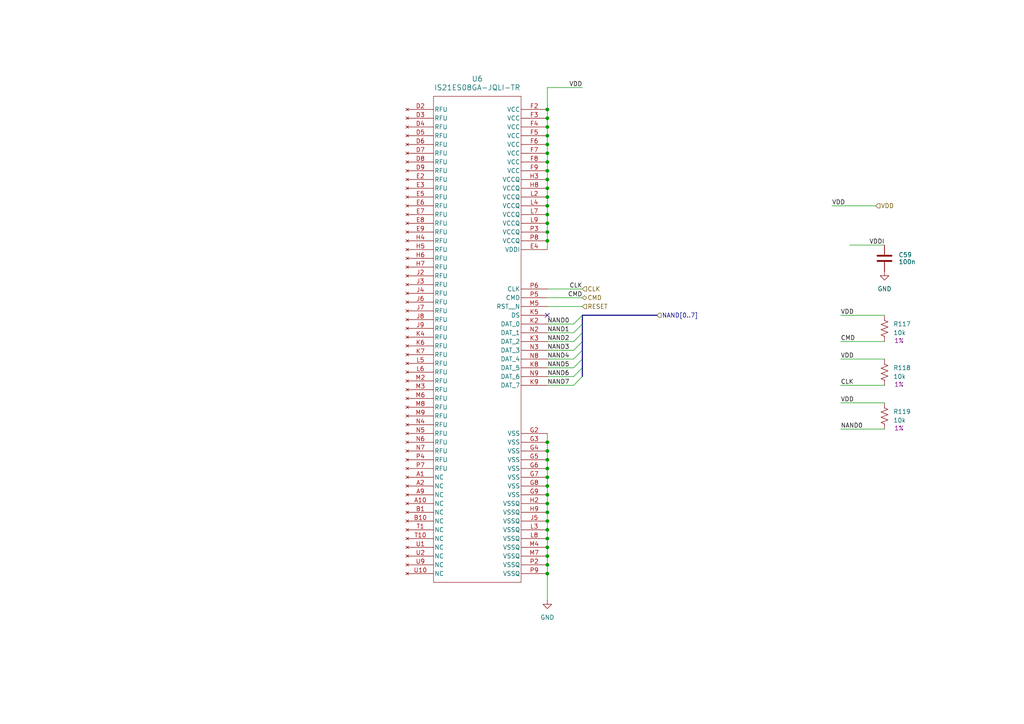
<source format=kicad_sch>
(kicad_sch (version 20231120) (generator "eeschema") (generator_version "8.0")
  (paper "A4")
  (lib_symbols
    (symbol "IS21ES08GA_JQLI_TR:IS21ES08GA-JQLI-TR" (pin_names (offset 0.254))
      (property "Reference" "U" (at 20.32 10.16 0))
      (property "Value" "IS21ES08GA-JQLI-TR" (at 20.32 7.62 0))
      (symbol "IS21ES08GA-JQLI-TR_0_1"
        (polyline (pts (xy 7.62 -135.89) (xy 33.02 -135.89)) (stroke (width 0.127)))
        (polyline (pts (xy 7.62 5.08) (xy 7.62 -135.89)) (stroke (width 0.127)))
        (polyline (pts (xy 33.02 -135.89) (xy 33.02 5.08)) (stroke (width 0.127)))
        (polyline (pts (xy 33.02 5.08) (xy 7.62 5.08)) (stroke (width 0.127)))
        (pin no_connect line (at 0 -105.41 0) (length 7.62) (name "NC") (number "A1"))
        (pin no_connect line (at 0 -113.03 0) (length 7.62) (name "NC") (number "A10"))
        (pin no_connect line (at 0 -107.95 0) (length 7.62) (name "NC") (number "A2"))
        (pin no_connect line (at 0 -110.49 0) (length 7.62) (name "NC") (number "A9"))
        (pin no_connect line (at 0 -115.57 0) (length 7.62) (name "NC") (number "B1"))
        (pin no_connect line (at 0 -118.11 0) (length 7.62) (name "NC") (number "B10"))
        (pin no_connect line (at 0 1.27 0) (length 7.62) (name "RFU") (number "D2"))
        (pin no_connect line (at 0 -1.27 0) (length 7.62) (name "RFU") (number "D3"))
        (pin no_connect line (at 0 -3.81 0) (length 7.62) (name "RFU") (number "D4"))
        (pin no_connect line (at 0 -6.35 0) (length 7.62) (name "RFU") (number "D5"))
        (pin no_connect line (at 0 -8.89 0) (length 7.62) (name "RFU") (number "D6"))
        (pin no_connect line (at 0 -11.43 0) (length 7.62) (name "RFU") (number "D7"))
        (pin no_connect line (at 0 -13.97 0) (length 7.62) (name "RFU") (number "D8"))
        (pin no_connect line (at 0 -16.51 0) (length 7.62) (name "RFU") (number "D9"))
        (pin no_connect line (at 0 -19.05 0) (length 7.62) (name "RFU") (number "E2"))
        (pin no_connect line (at 0 -21.59 0) (length 7.62) (name "RFU") (number "E3"))
        (pin no_connect line (at 0 -24.13 0) (length 7.62) (name "RFU") (number "E5"))
        (pin no_connect line (at 0 -26.67 0) (length 7.62) (name "RFU") (number "E6"))
        (pin no_connect line (at 0 -29.21 0) (length 7.62) (name "RFU") (number "E7"))
        (pin no_connect line (at 0 -31.75 0) (length 7.62) (name "RFU") (number "E8"))
        (pin no_connect line (at 0 -34.29 0) (length 7.62) (name "RFU") (number "E9"))
        (pin power_in line (at 40.64 1.27 180) (length 7.62) (name "VCC") (number "F2"))
        (pin power_in line (at 40.64 -1.27 180) (length 7.62) (name "VCC") (number "F3"))
        (pin power_in line (at 40.64 -3.81 180) (length 7.62) (name "VCC") (number "F4"))
        (pin power_in line (at 40.64 -6.35 180) (length 7.62) (name "VCC") (number "F5"))
        (pin power_in line (at 40.64 -8.89 180) (length 7.62) (name "VCC") (number "F6"))
        (pin power_in line (at 40.64 -11.43 180) (length 7.62) (name "VCC") (number "F7"))
        (pin power_in line (at 40.64 -13.97 180) (length 7.62) (name "VCC") (number "F8"))
        (pin power_in line (at 40.64 -16.51 180) (length 7.62) (name "VCC") (number "F9"))
        (pin power_out line (at 40.64 -92.71 180) (length 7.62) (name "VSS") (number "G2"))
        (pin power_out line (at 40.64 -95.25 180) (length 7.62) (name "VSS") (number "G3"))
        (pin power_out line (at 40.64 -97.79 180) (length 7.62) (name "VSS") (number "G4"))
        (pin power_out line (at 40.64 -100.33 180) (length 7.62) (name "VSS") (number "G5"))
        (pin power_out line (at 40.64 -102.87 180) (length 7.62) (name "VSS") (number "G6"))
        (pin power_out line (at 40.64 -105.41 180) (length 7.62) (name "VSS") (number "G7"))
        (pin power_out line (at 40.64 -107.95 180) (length 7.62) (name "VSS") (number "G8"))
        (pin power_out line (at 40.64 -110.49 180) (length 7.62) (name "VSS") (number "G9"))
        (pin no_connect line (at 0 -36.83 0) (length 7.62) (name "RFU") (number "H4"))
        (pin no_connect line (at 0 -39.37 0) (length 7.62) (name "RFU") (number "H5"))
        (pin no_connect line (at 0 -41.91 0) (length 7.62) (name "RFU") (number "H6"))
        (pin no_connect line (at 0 -44.45 0) (length 7.62) (name "RFU") (number "H7"))
        (pin no_connect line (at 0 -46.99 0) (length 7.62) (name "RFU") (number "J2"))
        (pin no_connect line (at 0 -49.53 0) (length 7.62) (name "RFU") (number "J3"))
        (pin no_connect line (at 0 -52.07 0) (length 7.62) (name "RFU") (number "J4"))
        (pin no_connect line (at 0 -54.61 0) (length 7.62) (name "RFU") (number "J6"))
        (pin no_connect line (at 0 -57.15 0) (length 7.62) (name "RFU") (number "J7"))
        (pin no_connect line (at 0 -59.69 0) (length 7.62) (name "RFU") (number "J8"))
        (pin no_connect line (at 0 -62.23 0) (length 7.62) (name "RFU") (number "J9"))
        (pin bidirectional line (at 40.64 -60.96 180) (length 7.62) (name "DAT_0") (number "K2"))
        (pin bidirectional line (at 40.64 -66.04 180) (length 7.62) (name "DAT_2") (number "K3"))
        (pin no_connect line (at 0 -64.77 0) (length 7.62) (name "RFU") (number "K4"))
        (pin no_connect line (at 0 -67.31 0) (length 7.62) (name "RFU") (number "K6"))
        (pin no_connect line (at 0 -69.85 0) (length 7.62) (name "RFU") (number "K7"))
        (pin bidirectional line (at 40.64 -73.66 180) (length 7.62) (name "DAT_5") (number "K8"))
        (pin no_connect line (at 0 -72.39 0) (length 7.62) (name "RFU") (number "L5"))
        (pin no_connect line (at 0 -74.93 0) (length 7.62) (name "RFU") (number "L6"))
        (pin no_connect line (at 0 -77.47 0) (length 7.62) (name "RFU") (number "M2"))
        (pin no_connect line (at 0 -80.01 0) (length 7.62) (name "RFU") (number "M3"))
        (pin no_connect line (at 0 -82.55 0) (length 7.62) (name "RFU") (number "M6"))
        (pin no_connect line (at 0 -85.09 0) (length 7.62) (name "RFU") (number "M8"))
        (pin no_connect line (at 0 -87.63 0) (length 7.62) (name "RFU") (number "M9"))
        (pin bidirectional line (at 40.64 -63.5 180) (length 7.62) (name "DAT_1") (number "N2"))
        (pin bidirectional line (at 40.64 -68.58 180) (length 7.62) (name "DAT_3") (number "N3"))
        (pin no_connect line (at 0 -90.17 0) (length 7.62) (name "RFU") (number "N4"))
        (pin no_connect line (at 0 -92.71 0) (length 7.62) (name "RFU") (number "N5"))
        (pin no_connect line (at 0 -95.25 0) (length 7.62) (name "RFU") (number "N6"))
        (pin no_connect line (at 0 -97.79 0) (length 7.62) (name "RFU") (number "N7"))
        (pin bidirectional line (at 40.64 -71.12 180) (length 7.62) (name "DAT_4") (number "N8"))
        (pin bidirectional line (at 40.64 -76.2 180) (length 7.62) (name "DAT_6") (number "N9"))
        (pin no_connect line (at 0 -100.33 0) (length 7.62) (name "RFU") (number "P4"))
        (pin input line (at 40.64 -50.8 180) (length 7.62) (name "CLK") (number "P6"))
        (pin no_connect line (at 0 -120.65 0) (length 7.62) (name "NC") (number "T1"))
        (pin no_connect line (at 0 -123.19 0) (length 7.62) (name "NC") (number "T10"))
        (pin no_connect line (at 0 -125.73 0) (length 7.62) (name "NC") (number "U1"))
        (pin no_connect line (at 0 -128.27 0) (length 7.62) (name "NC") (number "U2"))
        (pin no_connect line (at 0 -130.81 0) (length 7.62) (name "NC") (number "U9"))
      )
      (symbol "IS21ES08GA-JQLI-TR_1_1"
        (pin power_in line (at 40.64 -39.37 180) (length 7.62) (name "VDDI") (number "E4"))
        (pin power_out line (at 40.64 -113.03 180) (length 7.62) (name "VSSQ") (number "H2"))
        (pin power_in line (at 40.64 -19.05 180) (length 7.62) (name "VCCQ") (number "H3"))
        (pin power_in line (at 40.64 -21.59 180) (length 7.62) (name "VCCQ") (number "H8"))
        (pin power_out line (at 40.64 -115.57 180) (length 7.62) (name "VSSQ") (number "H9"))
        (pin power_out line (at 40.64 -118.11 180) (length 7.62) (name "VSSQ") (number "J5"))
        (pin output line (at 40.64 -58.42 180) (length 7.62) (name "DS") (number "K5"))
        (pin bidirectional line (at 40.64 -78.74 180) (length 7.62) (name "DAT_7") (number "K9"))
        (pin power_in line (at 40.64 -24.13 180) (length 7.62) (name "VCCQ") (number "L2"))
        (pin power_out line (at 40.64 -120.65 180) (length 7.62) (name "VSSQ") (number "L3"))
        (pin power_in line (at 40.64 -26.67 180) (length 7.62) (name "VCCQ") (number "L4"))
        (pin power_in line (at 40.64 -29.21 180) (length 7.62) (name "VCCQ") (number "L7"))
        (pin power_out line (at 40.64 -123.19 180) (length 7.62) (name "VSSQ") (number "L8"))
        (pin power_in line (at 40.64 -31.75 180) (length 7.62) (name "VCCQ") (number "L9"))
        (pin power_out line (at 40.64 -125.73 180) (length 7.62) (name "VSSQ") (number "M4"))
        (pin input line (at 40.64 -55.88 180) (length 7.62) (name "RST__N") (number "M5"))
        (pin power_out line (at 40.64 -128.27 180) (length 7.62) (name "VSSQ") (number "M7"))
        (pin power_out line (at 40.64 -130.81 180) (length 7.62) (name "VSSQ") (number "P2"))
        (pin power_in line (at 40.64 -34.29 180) (length 7.62) (name "VCCQ") (number "P3"))
        (pin input line (at 40.64 -53.34 180) (length 7.62) (name "CMD") (number "P5"))
        (pin no_connect line (at 0 -102.87 0) (length 7.62) (name "RFU") (number "P7"))
        (pin power_in line (at 40.64 -36.83 180) (length 7.62) (name "VCCQ") (number "P8"))
        (pin power_out line (at 40.64 -133.35 180) (length 7.62) (name "VSSQ") (number "P9"))
        (pin no_connect line (at 0 -133.35 0) (length 7.62) (name "NC") (number "U10"))
      )
    )
    (symbol "SparkFun-Capacitor:C" (pin_numbers hide) (pin_names (offset 0.254))
      (property "Reference" "C" (at 0.635 2.54 0))
      (property "Value" "C" (at 0.635 -2.54 0))
      (property "Voltage" "1kV" (at 0 -6.35 0))
      (property "Tolerance" "100%" (at 0 -8.89 0))
      (symbol "C_0_1"
        (polyline (pts (xy -2.032 -0.762) (xy 2.032 -0.762)) (stroke (width 0.508)))
        (polyline (pts (xy -2.032 0.762) (xy 2.032 0.762)) (stroke (width 0.508)))
      )
      (symbol "C_1_1"
        (pin passive line (at 0 3.81 270) (length 2.794) (name "~") (number "1"))
        (pin passive line (at 0 -3.81 90) (length 2.794) (name "~") (number "2"))
      )
    )
    (symbol "SparkFun-Resistor:R" (pin_numbers hide) (pin_names (offset 0))
      (property "Reference" "R" (at 0 -2.54 0))
      (property "Value" "1k" (at 0 2.54 0))
      (symbol "R_0_1"
        (polyline (pts (xy -2.286 0) (xy -2.54 0)))
        (polyline (pts (xy 2.286 0) (xy 2.54 0)))
        (polyline (pts (xy -0.762 0) (xy -1.143 -1.016) (xy -1.524 0) (xy -1.905 1.016) (xy -2.286 0)))
        (polyline (pts (xy 0.762 0) (xy 0.381 -1.016) (xy 0 0) (xy -0.381 1.016) (xy -0.762 0)))
        (polyline (pts (xy 2.286 0) (xy 1.905 -1.016) (xy 1.524 0) (xy 1.143 1.016) (xy 0.762 0)))
      )
      (symbol "R_1_1"
        (pin passive line (at 3.81 0 180) (length 1.27) (name "~") (number "1"))
        (pin passive line (at -3.81 0 0) (length 1.27) (name "~") (number "2"))
      )
    )
    (symbol "power:GND" (power) (pin_numbers hide) (pin_names (offset 0) hide)
      (property "Value" "GND" (at 0 -3.81 0))
      (symbol "GND_0_1"
        (polyline (pts (xy 0 0) (xy 0 -1.27) (xy 1.27 -1.27) (xy 0 -2.54) (xy -1.27 -1.27) (xy 0 -1.27)))
      )
      (symbol "GND_1_1"
        (pin power_in line (at 0 0 270) (length 0) (name "~") (number "1"))
      )
    )
  )
  (junction (at 158.75 44.45))
  (junction (at 158.75 34.29))
  (junction (at 158.75 41.91))
  (junction (at 158.75 140.97))
  (junction (at 158.75 54.61))
  (junction (at 158.75 166.37))
  (junction (at 158.75 31.75))
  (junction (at 158.75 49.53))
  (junction (at 158.75 148.59))
  (junction (at 158.75 153.67))
  (junction (at 158.75 52.07))
  (junction (at 158.75 64.77))
  (junction (at 158.75 128.27))
  (junction (at 158.75 62.23))
  (junction (at 158.75 156.21))
  (junction (at 158.75 36.83))
  (junction (at 158.75 59.69))
  (junction (at 158.75 161.29))
  (junction (at 158.75 39.37))
  (junction (at 158.75 69.85))
  (junction (at 158.75 151.13))
  (junction (at 158.75 133.35))
  (junction (at 158.75 130.81))
  (junction (at 158.75 67.31))
  (junction (at 158.75 57.15))
  (junction (at 158.75 158.75))
  (junction (at 158.75 146.05))
  (junction (at 158.75 135.89))
  (junction (at 158.75 138.43))
  (junction (at 158.75 143.51))
  (junction (at 158.75 163.83))
  (junction (at 158.75 46.99))
  (no_connect (at 158.75 91.44))
  (bus_entry (at 168.91 91.44) (size -2.54 2.54))
  (bus_entry (at 168.91 109.22) (size -2.54 2.54))
  (bus_entry (at 168.91 93.98) (size -2.54 2.54))
  (bus_entry (at 168.91 96.52) (size -2.54 2.54))
  (bus_entry (at 168.91 104.14) (size -2.54 2.54))
  (bus_entry (at 168.91 99.06) (size -2.54 2.54))
  (bus_entry (at 168.91 101.6) (size -2.54 2.54))
  (bus_entry (at 168.91 106.68) (size -2.54 2.54))
  (bus (pts (xy 190.5 91.44) (xy 168.91 91.44)))
  (wire (pts (xy 158.75 109.22) (xy 166.37 109.22)))
  (bus (pts (xy 168.91 99.06) (xy 168.91 101.6)))
  (wire (pts (xy 158.75 106.68) (xy 166.37 106.68)))
  (wire (pts (xy 158.75 148.59) (xy 158.75 151.13)))
  (bus (pts (xy 168.91 106.68) (xy 168.91 109.22)))
  (wire (pts (xy 243.84 111.76) (xy 256.54 111.76)))
  (bus (pts (xy 168.91 93.98) (xy 168.91 96.52)))
  (wire (pts (xy 158.75 128.27) (xy 158.75 130.81)))
  (wire (pts (xy 158.75 64.77) (xy 158.75 62.23)))
  (wire (pts (xy 158.75 156.21) (xy 158.75 158.75)))
  (bus (pts (xy 168.91 91.44) (xy 168.91 93.98)))
  (wire (pts (xy 243.84 116.84) (xy 256.54 116.84)))
  (wire (pts (xy 243.84 99.06) (xy 256.54 99.06)))
  (wire (pts (xy 158.75 67.31) (xy 158.75 64.77)))
  (wire (pts (xy 158.75 83.82) (xy 168.91 83.82)))
  (wire (pts (xy 243.84 91.44) (xy 256.54 91.44)))
  (wire (pts (xy 158.75 69.85) (xy 158.75 67.31)))
  (wire (pts (xy 158.75 140.97) (xy 158.75 143.51)))
  (wire (pts (xy 158.75 72.39) (xy 158.75 69.85)))
  (wire (pts (xy 246.3918 71.0847) (xy 256.5518 71.0847)))
  (wire (pts (xy 158.75 39.37) (xy 158.75 36.83)))
  (wire (pts (xy 158.75 101.6) (xy 166.37 101.6)))
  (wire (pts (xy 158.75 36.83) (xy 158.75 34.29)))
  (bus (pts (xy 168.91 104.14) (xy 168.91 106.68)))
  (wire (pts (xy 158.75 41.91) (xy 158.75 39.37)))
  (wire (pts (xy 158.75 99.06) (xy 166.37 99.06)))
  (wire (pts (xy 158.75 34.29) (xy 158.75 31.75)))
  (wire (pts (xy 158.75 93.98) (xy 166.37 93.98)))
  (wire (pts (xy 158.75 151.13) (xy 158.75 153.67)))
  (wire (pts (xy 158.75 96.52) (xy 166.37 96.52)))
  (bus (pts (xy 168.91 96.52) (xy 168.91 99.06)))
  (wire (pts (xy 158.75 88.9) (xy 168.91 88.9)))
  (wire (pts (xy 158.75 158.75) (xy 158.75 161.29)))
  (wire (pts (xy 158.75 31.75) (xy 158.75 25.4)))
  (wire (pts (xy 158.75 111.76) (xy 166.37 111.76)))
  (bus (pts (xy 168.91 101.6) (xy 168.91 104.14)))
  (wire (pts (xy 158.75 62.23) (xy 158.75 59.69)))
  (wire (pts (xy 158.75 166.37) (xy 158.75 173.99)))
  (wire (pts (xy 158.75 161.29) (xy 158.75 163.83)))
  (wire (pts (xy 158.75 49.53) (xy 158.75 46.99)))
  (wire (pts (xy 158.75 153.67) (xy 158.75 156.21)))
  (wire (pts (xy 158.75 54.61) (xy 158.75 52.07)))
  (wire (pts (xy 158.75 25.4) (xy 168.91 25.4)))
  (wire (pts (xy 243.84 104.14) (xy 256.54 104.14)))
  (wire (pts (xy 158.75 86.36) (xy 168.91 86.36)))
  (wire (pts (xy 158.75 44.45) (xy 158.75 41.91)))
  (wire (pts (xy 158.75 133.35) (xy 158.75 135.89)))
  (wire (pts (xy 158.75 57.15) (xy 158.75 54.61)))
  (wire (pts (xy 241.3 59.69) (xy 254 59.69)))
  (wire (pts (xy 158.75 135.89) (xy 158.75 138.43)))
  (wire (pts (xy 158.75 130.81) (xy 158.75 133.35)))
  (wire (pts (xy 158.75 143.51) (xy 158.75 146.05)))
  (wire (pts (xy 158.75 125.73) (xy 158.75 128.27)))
  (wire (pts (xy 158.75 52.07) (xy 158.75 49.53)))
  (wire (pts (xy 158.75 146.05) (xy 158.75 148.59)))
  (wire (pts (xy 158.75 46.99) (xy 158.75 44.45)))
  (wire (pts (xy 158.75 163.83) (xy 158.75 166.37)))
  (wire (pts (xy 158.75 104.14) (xy 166.37 104.14)))
  (wire (pts (xy 158.75 59.69) (xy 158.75 57.15)))
  (wire (pts (xy 158.75 138.43) (xy 158.75 140.97)))
  (wire (pts (xy 243.84 124.46) (xy 256.54 124.46)))
  (label "VDD" (at 168.91 25.4 180))
  (label "CMD" (at 243.84 99.06 0))
  (label "CLK" (at 168.91 83.82 180))
  (label "NAND0" (at 243.84 124.46 0))
  (label "VDD" (at 241.3 59.69 0))
  (label "VDD" (at 243.84 116.84 0))
  (label "NAND2" (at 158.75 99.06 0))
  (label "VDD" (at 243.84 104.14 0))
  (label "CMD" (at 168.91 86.36 180))
  (label "NAND7" (at 158.75 111.76 0))
  (label "VDDI" (at 256.5518 71.0847 180))
  (label "CLK" (at 243.84 111.76 0))
  (label "VDD" (at 243.84 91.44 0))
  (label "NAND3" (at 158.75 101.6 0))
  (label "NAND4" (at 158.75 104.14 0))
  (label "NAND1" (at 158.75 96.52 0))
  (label "NAND6" (at 158.75 109.22 0))
  (label "NAND0" (at 158.75 93.98 0))
  (label "NAND5" (at 158.75 106.68 0))
  (hierarchical_label "VDD" (shape input) (at 254 59.69 0))
  (hierarchical_label "CMD" (shape bidirectional) (at 168.91 86.36 0))
  (hierarchical_label "CLK" (shape input) (at 168.91 83.82 0))
  (hierarchical_label "RESET" (shape input) (at 168.91 88.9 0))
  (hierarchical_label "NAND[0..7]" (shape input) (at 190.5 91.44 0))
  (symbol (lib_id "SparkFun-Resistor:R") (at 256.54 107.95 90) (unit 1)
    (property "Reference" "R118" (at 259.08 106.6799 90) (effects (justify right)))
    (property "Value" "10k" (at 259.08 109.2199 90) (effects (justify right)))
    (property "Footprint" "Capacitor_SMD:C_0402_1005Metric" (effects (hide yes)))
    (property "Description" "Resistor" (effects (hide yes)))
    (property "Precision" "1%" (at 259.334 111.506 90) (effects (justify right)))
  )
  (symbol (lib_id "SparkFun-Resistor:R") (at 256.54 120.65 90) (unit 1)
    (property "Reference" "R119" (at 259.08 119.3799 90) (effects (justify right)))
    (property "Value" "10k" (at 259.08 121.9199 90) (effects (justify right)))
    (property "Footprint" "Capacitor_SMD:C_0402_1005Metric" (effects (hide yes)))
    (property "Description" "Resistor" (effects (hide yes)))
    (property "Precision" "1%" (at 259.334 124.206 90) (effects (justify right)))
  )
  (symbol (lib_id "SparkFun-Capacitor:C") (at 256.54 74.93 0) (unit 1)
    (property "Reference" "C59" (at 260.604 73.914 0) (effects (justify left)))
    (property "Value" "100n" (at 260.604 75.946 0) (effects (justify left)))
    (property "Footprint" "Capacitor_SMD:C_0402_1005Metric" (effects (hide yes)))
    (property "Description" "Unpolarized capacitor" (effects (hide yes)))
    (property "PROD_ID" "CAP-00000" (effects (hide yes)))
  )
  (symbol (lib_id "power:GND") (at 256.5518 78.7047 0) (unit 1)
    (property "Reference" "#PWR0218" (effects (hide yes)))
    (property "Value" "GND" (at 256.5518 83.7847 0))
    (property "Description" "Power symbol creates a global label with name \"GND\" , ground" (effects (hide yes)))
  )
  (symbol (lib_id "SparkFun-Resistor:R") (at 256.54 95.25 90) (unit 1)
    (property "Reference" "R117" (at 259.08 93.9799 90) (effects (justify right)))
    (property "Value" "10k" (at 259.08 96.5199 90) (effects (justify right)))
    (property "Footprint" "Capacitor_SMD:C_0402_1005Metric" (effects (hide yes)))
    (property "Description" "Resistor" (effects (hide yes)))
    (property "Precision" "1%" (at 259.334 98.806 90) (effects (justify right)))
  )
  (symbol (lib_id "IS21ES08GA_JQLI_TR:IS21ES08GA-JQLI-TR") (at 118.11 33.02 0) (unit 1)
    (property "Reference" "U6" (at 138.43 22.86 0) (effects (font (size 1.524 1.524))))
    (property "Value" "IS21ES08GA-JQLI-TR" (at 138.43 25.4 0) (effects (font (size 1.524 1.524))))
    (property "Footprint" "footprints:FBGA100_ISI" (effects (hide yes)))
    (property "Datasheet" "IS21ES08GA-JQLI-TR" (effects (hide yes)))
  )
  (symbol (lib_id "power:GND") (at 158.75 173.99 0) (unit 1)
    (property "Reference" "#PWR0219" (effects (hide yes)))
    (property "Value" "GND" (at 158.75 179.07 0))
    (property "Description" "Power symbol creates a global label with name \"GND\" , ground" (effects (hide yes)))
  )
)
</source>
